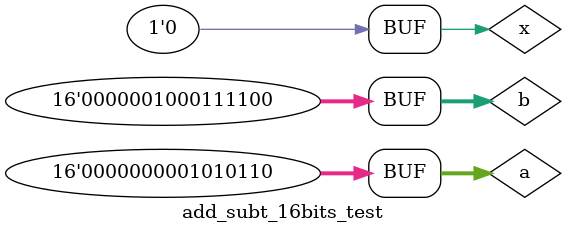
<source format=v>
`timescale 1ns / 1ps


module add_subt_16bits_test();
    reg     [15:0]   a, b;
    reg     x;
    wire    [15:0]   o;
    wire    cout;
    
    add_subt_16bits uut(.op0(a), .op1(b), .x(x), .cout(cout), .result(o));
    
    initial begin
        a = 16'd23;     b = 16'd3;      x = 0;    #125;
        a = 16'd21;     b = 16'd75;     x = 0;    #125;
        a = 16'd16800;  b = 16'd16900;  x = 0;    #125;
        a = 16'd6983;   b = 16'd6650;   x = 0;    #125;
        a = 16'd325;    b = 16'd97;     x = 0;    #125;
        a = 16'd44;     b = 16'd190;    x = 0;    #125;
        a = 16'd463;    b = 16'd241;    x = 0;    #125;
        a = 16'd86;     b = 16'd572;    x = 0;    #125;
    end
endmodule

</source>
